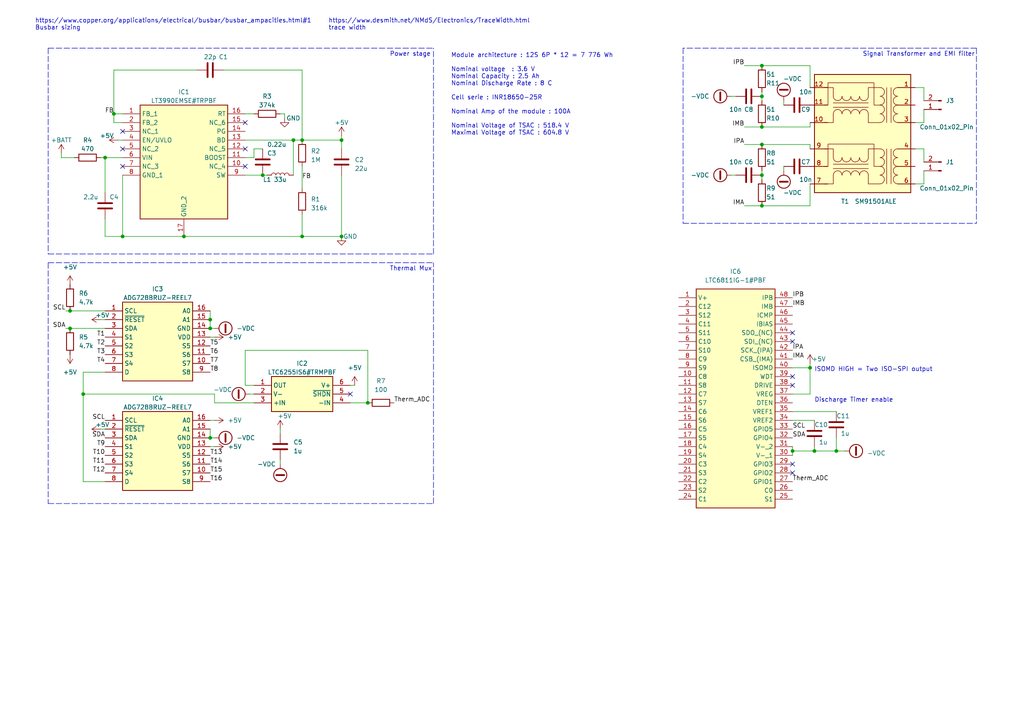
<source format=kicad_sch>
(kicad_sch (version 20230121) (generator eeschema)
  (paper "A4")
  (lib_symbols
    (symbol "Connector:Conn_01x02_Pin" (pin_names (offset 1.016) hide)
      (property "Reference" "J" (at 0 2.54 0))
      (property "Value" "Conn_01x02_Pin" (at 0 -5.08 0))
      (symbol "Conn_01x02_Pin_1_1"
        (polyline (pts (xy 1.27 -2.54) (xy 0.8636 -2.54)) (stroke (width 0.1524)))
        (polyline (pts (xy 1.27 0) (xy 0.8636 0)) (stroke (width 0.1524)))
        (rectangle (start 0.8636 -2.413) (end 0 -2.667) (stroke (width 0.1524)) (fill (type outline)))
        (rectangle (start 0.8636 0.127) (end 0 -0.127) (stroke (width 0.1524)) (fill (type outline)))
        (pin passive line (at 5.08 0 180) (length 3.81) (name "Pin_1") (number "1"))
        (pin passive line (at 5.08 -2.54 180) (length 3.81) (name "Pin_2") (number "2"))
      )
    )
    (symbol "Device:C" (pin_numbers hide) (pin_names (offset 0.254))
      (property "Reference" "C" (at 0.635 2.54 0))
      (property "Value" "C" (at 0.635 -2.54 0))
      (symbol "C_0_1"
        (polyline (pts (xy -2.032 -0.762) (xy 2.032 -0.762)) (stroke (width 0.508)))
        (polyline (pts (xy -2.032 0.762) (xy 2.032 0.762)) (stroke (width 0.508)))
      )
      (symbol "C_1_1"
        (pin passive line (at 0 3.81 270) (length 2.794) (name "~") (number "1"))
        (pin passive line (at 0 -3.81 90) (length 2.794) (name "~") (number "2"))
      )
    )
    (symbol "Device:L" (pin_numbers hide) (pin_names (offset 1.016) hide)
      (property "Reference" "L" (at -1.27 0 90))
      (property "Value" "L" (at 1.905 0 90))
      (symbol "L_0_1"
        (arc (start 0 -2.54) (mid 0.6323 -1.905) (end 0 -1.27))
        (arc (start 0 -1.27) (mid 0.6323 -0.635) (end 0 0))
        (arc (start 0 0) (mid 0.6323 0.635) (end 0 1.27))
        (arc (start 0 1.27) (mid 0.6323 1.905) (end 0 2.54))
      )
      (symbol "L_1_1"
        (pin passive line (at 0 3.81 270) (length 1.27) (name "1") (number "1"))
        (pin passive line (at 0 -3.81 90) (length 1.27) (name "2") (number "2"))
      )
    )
    (symbol "Device:R" (pin_numbers hide) (pin_names (offset 0))
      (property "Reference" "R" (at 2.032 0 90))
      (property "Value" "R" (at 0 0 90))
      (symbol "R_0_1"
        (rectangle (start -1.016 -2.54) (end 1.016 2.54) (stroke (width 0.254)))
      )
      (symbol "R_1_1"
        (pin passive line (at 0 3.81 270) (length 1.27) (name "~") (number "1"))
        (pin passive line (at 0 -3.81 90) (length 1.27) (name "~") (number "2"))
      )
    )
    (symbol "EPSA_lib:BMS LTC6811IG-1#PBF"
      (property "Reference" "IC" (at 29.21 7.62 0))
      (property "Value" "LTC6811IG-1#PBF" (at 29.21 5.08 0))
      (symbol "BMS LTC6811IG-1#PBF_1_1"
        (rectangle (start 5.08 2.54) (end 27.94 -60.96) (stroke (width 0.254)) (fill (type background)))
        (pin passive line (at 0 0 0) (length 5.08) (name "V+") (number "1"))
        (pin passive line (at 0 -22.86 0) (length 5.08) (name "C8") (number "10"))
        (pin passive line (at 0 -25.4 0) (length 5.08) (name "S8") (number "11"))
        (pin passive line (at 0 -27.94 0) (length 5.08) (name "C7") (number "12"))
        (pin passive line (at 0 -30.48 0) (length 5.08) (name "S7") (number "13"))
        (pin passive line (at 0 -33.02 0) (length 5.08) (name "C6") (number "14"))
        (pin passive line (at 0 -35.56 0) (length 5.08) (name "S6") (number "15"))
        (pin passive line (at 0 -38.1 0) (length 5.08) (name "C5") (number "16"))
        (pin passive line (at 0 -40.64 0) (length 5.08) (name "S5") (number "17"))
        (pin passive line (at 0 -43.18 0) (length 5.08) (name "C4") (number "18"))
        (pin passive line (at 0 -45.72 0) (length 5.08) (name "S4") (number "19"))
        (pin passive line (at 0 -2.54 0) (length 5.08) (name "C12") (number "2"))
        (pin passive line (at 0 -48.26 0) (length 5.08) (name "C3") (number "20"))
        (pin passive line (at 0 -50.8 0) (length 5.08) (name "S3") (number "21"))
        (pin passive line (at 0 -53.34 0) (length 5.08) (name "C2") (number "22"))
        (pin passive line (at 0 -55.88 0) (length 5.08) (name "S2") (number "23"))
        (pin passive line (at 0 -58.42 0) (length 5.08) (name "C1") (number "24"))
        (pin passive line (at 33.02 -58.42 180) (length 5.08) (name "S1") (number "25"))
        (pin passive line (at 33.02 -55.88 180) (length 5.08) (name "C0") (number "26"))
        (pin passive line (at 33.02 -53.34 180) (length 5.08) (name "GPIO1") (number "27"))
        (pin passive line (at 33.02 -50.8 180) (length 5.08) (name "GPIO2") (number "28"))
        (pin passive line (at 33.02 -48.26 180) (length 5.08) (name "GPIO3") (number "29"))
        (pin passive line (at 0 -5.08 0) (length 5.08) (name "S12") (number "3"))
        (pin passive line (at 33.02 -45.72 180) (length 5.08) (name "V-_1") (number "30"))
        (pin passive line (at 33.02 -43.18 180) (length 5.08) (name "V-_2") (number "31"))
        (pin passive line (at 33.02 -40.64 180) (length 5.08) (name "GPIO4") (number "32"))
        (pin passive line (at 33.02 -38.1 180) (length 5.08) (name "GPIO5") (number "33"))
        (pin passive line (at 33.02 -35.56 180) (length 5.08) (name "VREF2") (number "34"))
        (pin passive line (at 33.02 -33.02 180) (length 5.08) (name "VREF1") (number "35"))
        (pin passive line (at 33.02 -30.48 180) (length 5.08) (name "DTEN") (number "36"))
        (pin passive line (at 33.02 -27.94 180) (length 5.08) (name "VREG") (number "37"))
        (pin passive line (at 33.02 -25.4 180) (length 5.08) (name "DRIVE") (number "38"))
        (pin passive line (at 33.02 -22.86 180) (length 5.08) (name "WDT") (number "39"))
        (pin passive line (at 0 -7.62 0) (length 5.08) (name "C11") (number "4"))
        (pin passive line (at 33.02 -20.32 180) (length 5.08) (name "ISOMD") (number "40"))
        (pin passive line (at 33.02 -17.78 180) (length 5.08) (name "CSB_(IMA)") (number "41"))
        (pin passive line (at 33.02 -15.24 180) (length 5.08) (name "SCK_(IPA)") (number "42"))
        (pin passive line (at 33.02 -12.7 180) (length 5.08) (name "SDI_(NC)") (number "43"))
        (pin passive line (at 33.02 -10.16 180) (length 5.08) (name "SDO_(NC)") (number "44"))
        (pin passive line (at 33.02 -7.62 180) (length 5.08) (name "IBIAS") (number "45"))
        (pin passive line (at 33.02 -5.08 180) (length 5.08) (name "ICMP") (number "46"))
        (pin passive line (at 33.02 -2.54 180) (length 5.08) (name "IMB") (number "47"))
        (pin passive line (at 33.02 0 180) (length 5.08) (name "IPB") (number "48"))
        (pin passive line (at 0 -10.16 0) (length 5.08) (name "S11") (number "5"))
        (pin passive line (at 0 -12.7 0) (length 5.08) (name "C10") (number "6"))
        (pin passive line (at 0 -15.24 0) (length 5.08) (name "S10") (number "7"))
        (pin passive line (at 0 -17.78 0) (length 5.08) (name "C9") (number "8"))
        (pin passive line (at 0 -20.32 0) (length 5.08) (name "S9") (number "9"))
      )
    )
    (symbol "EPSA_lib:BMS Transf SM91501ALE" (pin_names hide)
      (property "Reference" "T" (at 12.7 25.4 0))
      (property "Value" "SM91501ALE" (at 20.32 25.4 0))
      (symbol "BMS Transf SM91501ALE_0_1"
        (polyline (pts (xy 12.065 20.32) (xy 12.065 10.16)))
        (polyline (pts (xy 12.065 38.1) (xy 12.065 27.94)))
        (polyline (pts (xy 13.335 10.16) (xy 13.335 20.32)))
        (polyline (pts (xy 13.335 27.94) (xy 13.335 38.1)))
        (polyline (pts (xy 18.669 10.16) (xy 15.24 10.16)))
        (polyline (pts (xy 18.669 12.7) (xy 18.669 10.16)))
        (polyline (pts (xy 18.669 14.605) (xy 28.829 14.605)))
        (polyline (pts (xy 18.669 27.94) (xy 15.24 27.94)))
        (polyline (pts (xy 18.669 30.48) (xy 18.669 27.94)))
        (polyline (pts (xy 18.669 32.385) (xy 28.829 32.385)))
        (polyline (pts (xy 28.829 15.875) (xy 18.669 15.875)))
        (polyline (pts (xy 28.829 33.655) (xy 18.669 33.655)))
        (polyline (pts (xy 15.24 20.32) (xy 18.669 20.32) (xy 18.669 17.78)))
        (polyline (pts (xy 15.24 38.1) (xy 18.669 38.1) (xy 18.669 35.56)))
        (polyline (pts (xy 28.829 12.7) (xy 28.829 10.16) (xy 31.496 10.16)))
        (polyline (pts (xy 28.829 17.78) (xy 28.829 20.32) (xy 31.496 20.32)))
        (polyline (pts (xy 28.829 30.48) (xy 28.829 27.94) (xy 31.496 27.94)))
        (polyline (pts (xy 28.829 35.56) (xy 28.829 38.1) (xy 31.496 38.1)))
        (polyline (pts (xy 15.24 15.24) (xy 17.018 15.24) (xy 17.018 21.717) (xy 30.353 21.717) (xy 30.353 15.24) (xy 31.496 15.24)))
        (polyline (pts (xy 15.24 33.02) (xy 17.018 33.02) (xy 17.018 39.497) (xy 30.353 39.497) (xy 30.353 33.02) (xy 31.496 33.02)))
        (arc (start 10.16 10.1854) (mid 11.0438 10.5541) (end 11.43 11.43))
        (arc (start 10.16 12.7254) (mid 11.0438 13.0941) (end 11.43 13.97))
        (arc (start 10.16 15.2654) (mid 11.0438 15.6341) (end 11.43 16.51))
        (arc (start 10.16 17.8054) (mid 11.0438 18.1741) (end 11.43 19.05))
        (arc (start 10.16 27.9654) (mid 11.0439 28.3337) (end 11.43 29.21))
        (arc (start 10.16 30.5054) (mid 11.0439 30.8737) (end 11.43 31.75))
        (arc (start 10.16 33.0454) (mid 11.0439 33.4137) (end 11.43 34.29))
        (arc (start 10.16 35.5854) (mid 11.0439 35.9537) (end 11.43 36.83))
        (arc (start 11.43 11.43) (mid 11.058 12.328) (end 10.16 12.7))
        (arc (start 11.43 13.97) (mid 11.058 14.868) (end 10.16 15.24))
        (arc (start 11.43 16.51) (mid 11.058 17.408) (end 10.16 17.78))
        (arc (start 11.43 19.05) (mid 11.058 19.948) (end 10.16 20.32))
        (arc (start 11.43 29.21) (mid 11.058 30.108) (end 10.16 30.48))
        (arc (start 11.43 31.75) (mid 11.058 32.648) (end 10.16 33.02))
        (arc (start 11.43 34.29) (mid 11.058 35.188) (end 10.16 35.56))
        (arc (start 11.43 36.83) (mid 11.058 37.728) (end 10.16 38.1))
        (arc (start 13.9954 13.97) (mid 14.3599 13.0899) (end 15.24 12.7254))
        (arc (start 13.9954 16.51) (mid 14.3599 15.6299) (end 15.24 15.2654))
        (arc (start 13.9954 19.05) (mid 14.3599 18.1699) (end 15.24 17.8054))
        (arc (start 13.9954 31.75) (mid 14.3599 30.8699) (end 15.24 30.5054))
        (arc (start 13.9954 34.29) (mid 14.3599 33.4099) (end 15.24 33.0454))
        (arc (start 13.9954 36.83) (mid 14.3599 35.9499) (end 15.24 35.5854))
        (arc (start 14.0208 11.43) (mid 14.3853 10.5497) (end 15.2654 10.1854))
        (arc (start 14.0208 29.21) (mid 14.3854 28.3301) (end 15.2654 27.9654))
        (arc (start 15.24 15.24) (mid 14.3419 14.8729) (end 13.9954 13.97))
        (arc (start 15.24 17.78) (mid 14.3419 17.4129) (end 13.9954 16.51))
        (arc (start 15.24 20.32) (mid 14.3419 19.9529) (end 13.9954 19.05))
        (arc (start 15.24 33.02) (mid 14.3458 32.6515) (end 13.9954 31.75))
        (arc (start 15.24 35.56) (mid 14.3458 35.1915) (end 13.9954 34.29))
        (arc (start 15.24 38.1) (mid 14.3458 37.7315) (end 13.9954 36.83))
        (arc (start 15.2654 12.7) (mid 14.3741 12.3307) (end 14.0208 11.43))
        (arc (start 15.2654 30.48) (mid 14.3709 30.1117) (end 14.0208 29.21))
        (arc (start 18.669 17.78) (mid 19.0387 16.8874) (end 19.939 16.5354))
        (arc (start 18.669 35.56) (mid 19.0384 34.6671) (end 19.939 34.3154))
        (arc (start 19.939 13.97) (mid 19.0406 13.5979) (end 18.669 12.7))
        (arc (start 19.939 16.5354) (mid 20.8186 16.8998) (end 21.1836 17.78))
        (arc (start 19.939 31.75) (mid 19.041 31.378) (end 18.669 30.48))
        (arc (start 19.939 34.3154) (mid 20.8191 34.6799) (end 21.1836 35.56))
        (arc (start 21.1836 12.7) (mid 20.8154 13.584) (end 19.939 13.97))
        (arc (start 21.1836 30.48) (mid 20.8154 31.364) (end 19.939 31.75))
        (arc (start 21.209 17.78) (mid 21.5787 16.8874) (end 22.479 16.5354))
        (arc (start 21.209 35.56) (mid 21.5784 34.6671) (end 22.479 34.3154))
        (arc (start 22.479 13.97) (mid 21.5806 13.5979) (end 21.209 12.7))
        (arc (start 22.479 16.5354) (mid 23.3586 16.8998) (end 23.7236 17.78))
        (arc (start 22.479 31.75) (mid 21.581 31.378) (end 21.209 30.48))
        (arc (start 22.479 34.3154) (mid 23.3591 34.6799) (end 23.7236 35.56))
        (arc (start 23.7236 12.7) (mid 23.3554 13.584) (end 22.479 13.97))
        (arc (start 23.7236 30.48) (mid 23.3554 31.364) (end 22.479 31.75))
        (arc (start 23.749 17.78) (mid 24.1187 16.8874) (end 25.019 16.5354))
        (arc (start 23.749 35.56) (mid 24.1184 34.6671) (end 25.019 34.3154))
        (arc (start 25.019 13.97) (mid 24.1206 13.5979) (end 23.749 12.7))
        (arc (start 25.019 16.5354) (mid 25.8986 16.8998) (end 26.2636 17.78))
        (arc (start 25.019 31.75) (mid 24.121 31.378) (end 23.749 30.48))
        (arc (start 25.019 34.3154) (mid 25.8991 34.6799) (end 26.2636 35.56))
        (arc (start 26.2636 12.7) (mid 25.8954 13.584) (end 25.019 13.97))
        (arc (start 26.2636 30.48) (mid 25.8954 31.364) (end 25.019 31.75))
        (arc (start 26.289 17.8054) (mid 26.6558 16.9094) (end 27.559 16.5608))
        (arc (start 26.289 35.5854) (mid 26.6565 34.6888) (end 27.559 34.3408))
        (arc (start 27.559 13.97) (mid 26.6606 13.5979) (end 26.289 12.7))
        (arc (start 27.559 16.5608) (mid 28.4403 16.9249) (end 28.8036 17.8054))
        (arc (start 27.559 31.75) (mid 26.661 31.378) (end 26.289 30.48))
        (arc (start 27.559 34.3408) (mid 28.4393 34.7053) (end 28.8036 35.5854))
        (arc (start 28.8036 12.7) (mid 28.4354 13.584) (end 27.559 13.97))
        (arc (start 28.8036 30.48) (mid 28.4354 31.364) (end 27.559 31.75))
      )
      (symbol "BMS Transf SM91501ALE_1_1"
        (rectangle (start 6.35 41.91) (end 34.29 7.62) (stroke (width 0.254)) (fill (type background)))
        (pin passive line (at 5.08 38.1 0) (length 5.08) (name "PRI1_1") (number "1"))
        (pin passive line (at 35.56 27.94 180) (length 5.08) (name "SEC1_1") (number "10"))
        (pin passive line (at 35.56 33.02 180) (length 5.08) (name "SEC1_2") (number "11"))
        (pin passive line (at 35.56 38.1 180) (length 5.08) (name "SEC1_3") (number "12"))
        (pin passive line (at 5.08 33.02 0) (length 5.08) (name "PRI1_2") (number "2"))
        (pin passive line (at 5.08 27.94 0) (length 5.08) (name "PRI1_3") (number "3"))
        (pin passive line (at 5.08 20.32 0) (length 5.08) (name "PRI2_1") (number "4"))
        (pin passive line (at 5.08 15.24 0) (length 5.08) (name "PRI2_2") (number "5"))
        (pin passive line (at 5.08 10.16 0) (length 5.08) (name "PRI2_3") (number "6"))
        (pin passive line (at 35.56 10.16 180) (length 5.08) (name "SEC2_1") (number "7"))
        (pin passive line (at 35.56 15.24 180) (length 5.08) (name "SEC2_2") (number "8"))
        (pin passive line (at 35.56 20.32 180) (length 5.08) (name "SEC2_3") (number "9"))
      )
    )
    (symbol "EPSA_lib:I2C Mux ADG728BRUZ-REEL7"
      (property "Reference" "IC" (at 26.67 7.62 0))
      (property "Value" "ADG728BRUZ-REEL7" (at 26.67 5.08 0))
      (symbol "I2C Mux ADG728BRUZ-REEL7_1_1"
        (rectangle (start 5.08 2.54) (end 25.4 -20.32) (stroke (width 0.254)) (fill (type background)))
        (pin passive line (at 0 0 0) (length 5.08) (name "SCL") (number "1"))
        (pin passive line (at 30.48 -15.24 180) (length 5.08) (name "S7") (number "10"))
        (pin passive line (at 30.48 -12.7 180) (length 5.08) (name "S6") (number "11"))
        (pin passive line (at 30.48 -10.16 180) (length 5.08) (name "S5") (number "12"))
        (pin passive line (at 30.48 -7.62 180) (length 5.08) (name "VDD") (number "13"))
        (pin passive line (at 30.48 -5.08 180) (length 5.08) (name "GND") (number "14"))
        (pin passive line (at 30.48 -2.54 180) (length 5.08) (name "A1") (number "15"))
        (pin passive line (at 30.48 0 180) (length 5.08) (name "A0") (number "16"))
        (pin passive line (at 0 -2.54 0) (length 5.08) (name "~{RESET}") (number "2"))
        (pin passive line (at 0 -5.08 0) (length 5.08) (name "SDA") (number "3"))
        (pin passive line (at 0 -7.62 0) (length 5.08) (name "S1") (number "4"))
        (pin passive line (at 0 -10.16 0) (length 5.08) (name "S2") (number "5"))
        (pin passive line (at 0 -12.7 0) (length 5.08) (name "S3") (number "6"))
        (pin passive line (at 0 -15.24 0) (length 5.08) (name "S4") (number "7"))
        (pin passive line (at 0 -17.78 0) (length 5.08) (name "D") (number "8"))
        (pin passive line (at 30.48 -17.78 180) (length 5.08) (name "S8") (number "9"))
      )
    )
    (symbol "EPSA_lib:LT3990EMSE#TRPBF"
      (property "Reference" "IC" (at 31.75 7.62 0))
      (property "Value" "LT3990EMSE#TRPBF" (at 31.75 5.08 0))
      (symbol "LT3990EMSE#TRPBF_1_1"
        (rectangle (start 5.08 2.54) (end 30.48 -30.48) (stroke (width 0.254)) (fill (type background)))
        (pin passive line (at 0 0 0) (length 5.08) (name "FB_1") (number "1"))
        (pin passive line (at 35.56 -15.24 180) (length 5.08) (name "NC_4") (number "10"))
        (pin passive line (at 35.56 -12.7 180) (length 5.08) (name "BOOST") (number "11"))
        (pin passive line (at 35.56 -10.16 180) (length 5.08) (name "NC_5") (number "12"))
        (pin passive line (at 35.56 -7.62 180) (length 5.08) (name "BD") (number "13"))
        (pin passive line (at 35.56 -5.08 180) (length 5.08) (name "PG") (number "14"))
        (pin passive line (at 35.56 -2.54 180) (length 5.08) (name "NC_6") (number "15"))
        (pin passive line (at 35.56 0 180) (length 5.08) (name "RT") (number "16"))
        (pin passive line (at 17.78 -35.56 90) (length 5.08) (name "GND_2") (number "17"))
        (pin passive line (at 0 -2.54 0) (length 5.08) (name "FB_2") (number "2"))
        (pin passive line (at 0 -5.08 0) (length 5.08) (name "NC_1") (number "3"))
        (pin passive line (at 0 -7.62 0) (length 5.08) (name "EN/UVLO") (number "4"))
        (pin passive line (at 0 -10.16 0) (length 5.08) (name "NC_2") (number "5"))
        (pin passive line (at 0 -12.7 0) (length 5.08) (name "VIN") (number "6"))
        (pin passive line (at 0 -15.24 0) (length 5.08) (name "NC_3") (number "7"))
        (pin passive line (at 0 -17.78 0) (length 5.08) (name "GND_1") (number "8"))
        (pin passive line (at 35.56 -17.78 180) (length 5.08) (name "SW") (number "9"))
      )
    )
    (symbol "EPSA_lib:LTC6255IS6#TRMPBF"
      (property "Reference" "IC" (at 24.13 7.62 0))
      (property "Value" "LTC6255IS6#TRMPBF" (at 24.13 5.08 0))
      (symbol "LTC6255IS6#TRMPBF_1_1"
        (rectangle (start 5.08 2.54) (end 22.86 -7.62) (stroke (width 0.254)) (fill (type background)))
        (pin passive line (at 0 0 0) (length 5.08) (name "OUT") (number "1"))
        (pin passive line (at 0 -2.54 0) (length 5.08) (name "V-") (number "2"))
        (pin passive line (at 0 -5.08 0) (length 5.08) (name "+IN") (number "3"))
        (pin passive line (at 27.94 -5.08 180) (length 5.08) (name "-IN") (number "4"))
        (pin passive line (at 27.94 -2.54 180) (length 5.08) (name "~{SHDN}") (number "5"))
        (pin passive line (at 27.94 0 180) (length 5.08) (name "V+") (number "6"))
      )
    )
    (symbol "power:+5V" (power) (pin_names (offset 0))
      (property "Value" "+5V" (at 0 3.556 0))
      (symbol "+5V_0_1"
        (polyline (pts (xy -0.762 1.27) (xy 0 2.54)))
        (polyline (pts (xy 0 0) (xy 0 2.54)))
        (polyline (pts (xy 0 2.54) (xy 0.762 1.27)))
      )
      (symbol "+5V_1_1"
        (pin power_in line (at 0 0 90) (length 0) hide (name "+5V") (number "1"))
      )
    )
    (symbol "power:+BATT" (power) (pin_names (offset 0))
      (property "Value" "+BATT" (at 0 3.556 0))
      (symbol "+BATT_0_1"
        (polyline (pts (xy -0.762 1.27) (xy 0 2.54)))
        (polyline (pts (xy 0 0) (xy 0 2.54)))
        (polyline (pts (xy 0 2.54) (xy 0.762 1.27)))
      )
      (symbol "+BATT_1_1"
        (pin power_in line (at 0 0 90) (length 0) hide (name "+BATT") (number "1"))
      )
    )
    (symbol "power:-VDC" (power) (pin_names (offset 0))
      (property "Value" "-VDC" (at 0 6.35 0))
      (symbol "-VDC_0_1"
        (polyline (pts (xy -1.143 3.175) (xy 1.143 3.175)) (stroke (width 0.508)))
        (polyline (pts (xy 0 0) (xy 0 1.27)))
        (circle (center 0 3.175) (radius 1.905) (stroke (width 0.254)))
      )
      (symbol "-VDC_1_1"
        (pin power_in line (at 0 0 90) (length 0) hide (name "-VDC") (number "1"))
      )
    )
    (symbol "power:GND" (power) (pin_names (offset 0))
      (property "Value" "GND" (at 0 -3.81 0))
      (symbol "GND_0_1"
        (polyline (pts (xy 0 0) (xy 0 -1.27) (xy 1.27 -1.27) (xy 0 -2.54) (xy -1.27 -1.27) (xy 0 -1.27)))
      )
      (symbol "GND_1_1"
        (pin power_in line (at 0 0 270) (length 0) hide (name "GND") (number "1"))
      )
    )
  )
  (junction (at 35.56 68.58))
  (junction (at 99.06 68.58))
  (junction (at 20.32 90.17))
  (junction (at 85.09 40.64))
  (junction (at 220.98 59.69))
  (junction (at 53.34 68.58))
  (junction (at 220.98 19.05))
  (junction (at 33.02 33.02))
  (junction (at 76.2 50.8))
  (junction (at 106.68 116.84))
  (junction (at 60.96 92.71))
  (junction (at 30.48 45.72))
  (junction (at 87.63 68.58))
  (junction (at 236.22 130.81))
  (junction (at 234.95 106.68))
  (junction (at 20.32 95.25))
  (junction (at 220.98 36.83))
  (junction (at 220.98 50.8))
  (junction (at 24.13 114.3))
  (junction (at 60.96 95.25))
  (junction (at 60.96 127))
  (junction (at 229.87 130.81))
  (junction (at 87.63 40.64))
  (junction (at 242.57 130.81))
  (junction (at 99.06 40.64))
  (junction (at 220.98 27.94))
  (junction (at 220.98 41.91))
  (no_connect (at 229.87 109.22))
  (no_connect (at 35.56 43.18))
  (no_connect (at 71.12 43.18))
  (no_connect (at 229.87 99.06))
  (no_connect (at 229.87 134.62))
  (no_connect (at 229.87 96.52))
  (no_connect (at 229.87 137.16))
  (no_connect (at 35.56 38.1))
  (no_connect (at 71.12 35.56))
  (no_connect (at 35.56 48.26))
  (no_connect (at 229.87 111.76))
  (no_connect (at 71.12 48.26))
  (no_connect (at 101.6 114.3))
  (wire (pts (xy 267.97 53.34) (xy 265.43 53.34)))
  (wire (pts (xy 85.09 40.64) (xy 85.09 50.8)))
  (wire (pts (xy 72.39 114.3) (xy 73.66 114.3)))
  (wire (pts (xy 33.02 20.32) (xy 33.02 33.02)))
  (wire (pts (xy 20.32 95.25) (xy 30.48 95.25)))
  (wire (pts (xy 227.33 48.26) (xy 227.33 49.53)))
  (wire (pts (xy 62.23 116.84) (xy 62.23 114.3)))
  (wire (pts (xy 60.96 92.71) (xy 60.96 95.25)))
  (wire (pts (xy 24.13 114.3) (xy 24.13 139.7)))
  (wire (pts (xy 236.22 129.54) (xy 236.22 130.81)))
  (wire (pts (xy 60.96 95.25) (xy 62.23 95.25)))
  (wire (pts (xy 60.96 124.46) (xy 60.96 127)))
  (wire (pts (xy 60.96 127) (xy 62.23 127)))
  (wire (pts (xy 19.05 95.25) (xy 20.32 95.25)))
  (wire (pts (xy 24.13 107.95) (xy 30.48 107.95)))
  (wire (pts (xy 73.66 116.84) (xy 62.23 116.84)))
  (wire (pts (xy 71.12 33.02) (xy 73.66 33.02)))
  (polyline (pts (xy 13.97 73.66) (xy 125.73 73.66)) (stroke (width 0) (type dash)))
  (wire (pts (xy 60.96 97.79) (xy 62.23 97.79)))
  (wire (pts (xy 30.48 63.5) (xy 30.48 68.58)))
  (wire (pts (xy 242.57 130.81) (xy 245.11 130.81)))
  (wire (pts (xy 220.98 50.8) (xy 220.98 52.07)))
  (polyline (pts (xy 13.97 146.05) (xy 125.73 146.05)) (stroke (width 0) (type dash)))
  (wire (pts (xy 101.6 116.84) (xy 106.68 116.84)))
  (wire (pts (xy 35.56 68.58) (xy 53.34 68.58)))
  (wire (pts (xy 234.95 59.69) (xy 220.98 59.69)))
  (wire (pts (xy 99.06 43.18) (xy 99.06 40.64)))
  (wire (pts (xy 267.97 35.56) (xy 265.43 35.56)))
  (wire (pts (xy 99.06 68.58) (xy 87.63 68.58)))
  (wire (pts (xy 229.87 114.3) (xy 234.95 114.3)))
  (wire (pts (xy 234.95 53.34) (xy 234.95 59.69)))
  (polyline (pts (xy 125.73 146.05) (xy 125.73 76.2)) (stroke (width 0) (type dash)))
  (wire (pts (xy 24.13 114.3) (xy 24.13 107.95)))
  (wire (pts (xy 234.95 36.83) (xy 220.98 36.83)))
  (wire (pts (xy 267.97 49.53) (xy 267.97 53.34)))
  (wire (pts (xy 71.12 40.64) (xy 85.09 40.64)))
  (wire (pts (xy 24.13 114.3) (xy 62.23 114.3)))
  (wire (pts (xy 215.9 36.83) (xy 220.98 36.83)))
  (polyline (pts (xy 13.97 76.2) (xy 125.73 76.2)) (stroke (width 0) (type dash)))
  (wire (pts (xy 87.63 68.58) (xy 87.63 62.23)))
  (wire (pts (xy 234.95 114.3) (xy 234.95 106.68)))
  (wire (pts (xy 53.34 68.58) (xy 87.63 68.58)))
  (wire (pts (xy 19.05 90.17) (xy 20.32 90.17)))
  (wire (pts (xy 215.9 19.05) (xy 220.98 19.05)))
  (polyline (pts (xy 198.12 13.97) (xy 198.12 64.77)) (stroke (width 0) (type dash)))
  (wire (pts (xy 33.02 35.56) (xy 35.56 35.56)))
  (wire (pts (xy 20.32 90.17) (xy 30.48 90.17)))
  (polyline (pts (xy 13.97 76.2) (xy 13.97 146.05)) (stroke (width 0) (type dash)))
  (wire (pts (xy 267.97 31.75) (xy 267.97 35.56)))
  (wire (pts (xy 229.87 129.54) (xy 229.87 130.81)))
  (wire (pts (xy 71.12 50.8) (xy 76.2 50.8)))
  (wire (pts (xy 212.09 50.8) (xy 213.36 50.8)))
  (wire (pts (xy 220.98 49.53) (xy 220.98 50.8)))
  (wire (pts (xy 76.2 50.8) (xy 77.47 50.8)))
  (wire (pts (xy 234.95 43.18) (xy 234.95 41.91)))
  (wire (pts (xy 64.77 20.32) (xy 87.63 20.32)))
  (wire (pts (xy 242.57 127) (xy 242.57 130.81)))
  (wire (pts (xy 33.02 33.02) (xy 33.02 35.56)))
  (wire (pts (xy 99.06 40.64) (xy 87.63 40.64)))
  (wire (pts (xy 60.96 129.54) (xy 62.23 129.54)))
  (polyline (pts (xy 283.21 13.97) (xy 198.12 13.97)) (stroke (width 0) (type dash)))
  (wire (pts (xy 234.95 41.91) (xy 220.98 41.91)))
  (wire (pts (xy 99.06 39.37) (xy 99.06 40.64)))
  (polyline (pts (xy 283.21 13.97) (xy 283.21 64.77)) (stroke (width 0) (type dash)))
  (wire (pts (xy 34.29 40.64) (xy 35.56 40.64)))
  (wire (pts (xy 234.95 25.4) (xy 234.95 19.05)))
  (wire (pts (xy 71.12 101.6) (xy 71.12 111.76)))
  (polyline (pts (xy 198.12 64.77) (xy 283.21 64.77)) (stroke (width 0) (type dash)))
  (wire (pts (xy 35.56 50.8) (xy 35.56 68.58)))
  (wire (pts (xy 220.98 27.94) (xy 220.98 26.67)))
  (wire (pts (xy 267.97 25.4) (xy 265.43 25.4)))
  (wire (pts (xy 236.22 130.81) (xy 242.57 130.81)))
  (wire (pts (xy 234.95 35.56) (xy 234.95 36.83)))
  (wire (pts (xy 71.12 45.72) (xy 73.66 45.72)))
  (wire (pts (xy 82.55 33.02) (xy 82.55 34.29)))
  (wire (pts (xy 220.98 29.21) (xy 220.98 27.94)))
  (wire (pts (xy 215.9 41.91) (xy 220.98 41.91)))
  (wire (pts (xy 71.12 111.76) (xy 73.66 111.76)))
  (wire (pts (xy 81.28 33.02) (xy 82.55 33.02)))
  (wire (pts (xy 29.21 124.46) (xy 30.48 124.46)))
  (polyline (pts (xy 13.97 13.97) (xy 13.97 73.66)) (stroke (width 0) (type dash)))
  (wire (pts (xy 234.95 19.05) (xy 220.98 19.05)))
  (wire (pts (xy 106.68 101.6) (xy 71.12 101.6)))
  (wire (pts (xy 30.48 45.72) (xy 35.56 45.72)))
  (wire (pts (xy 17.78 45.72) (xy 21.59 45.72)))
  (wire (pts (xy 60.96 121.92) (xy 62.23 121.92)))
  (wire (pts (xy 106.68 116.84) (xy 106.68 101.6)))
  (wire (pts (xy 81.28 124.46) (xy 81.28 125.73)))
  (wire (pts (xy 17.78 44.45) (xy 17.78 45.72)))
  (wire (pts (xy 212.09 27.94) (xy 213.36 27.94)))
  (wire (pts (xy 33.02 33.02) (xy 35.56 33.02)))
  (wire (pts (xy 85.09 40.64) (xy 87.63 40.64)))
  (wire (pts (xy 267.97 43.18) (xy 265.43 43.18)))
  (wire (pts (xy 60.96 90.17) (xy 60.96 92.71)))
  (wire (pts (xy 229.87 106.68) (xy 234.95 106.68)))
  (wire (pts (xy 57.15 20.32) (xy 33.02 20.32)))
  (polyline (pts (xy 125.73 73.66) (xy 125.73 13.97)) (stroke (width 0) (type dash)))
  (wire (pts (xy 81.28 133.35) (xy 81.28 134.62)))
  (wire (pts (xy 29.21 92.71) (xy 30.48 92.71)))
  (polyline (pts (xy 13.97 13.97) (xy 125.73 13.97)) (stroke (width 0) (type dash)))
  (wire (pts (xy 76.2 43.18) (xy 73.66 43.18)))
  (wire (pts (xy 87.63 48.26) (xy 87.63 54.61)))
  (wire (pts (xy 30.48 68.58) (xy 35.56 68.58)))
  (wire (pts (xy 229.87 119.38) (xy 242.57 119.38)))
  (wire (pts (xy 87.63 20.32) (xy 87.63 40.64)))
  (wire (pts (xy 267.97 29.21) (xy 267.97 25.4)))
  (wire (pts (xy 101.6 111.76) (xy 102.87 111.76)))
  (wire (pts (xy 229.87 130.81) (xy 229.87 132.08)))
  (wire (pts (xy 99.06 50.8) (xy 99.06 68.58)))
  (wire (pts (xy 229.87 121.92) (xy 236.22 121.92)))
  (wire (pts (xy 234.95 105.41) (xy 234.95 106.68)))
  (wire (pts (xy 73.66 43.18) (xy 73.66 45.72)))
  (wire (pts (xy 227.33 30.48) (xy 227.33 29.21)))
  (wire (pts (xy 30.48 45.72) (xy 30.48 55.88)))
  (wire (pts (xy 229.87 130.81) (xy 236.22 130.81)))
  (wire (pts (xy 215.9 59.69) (xy 220.98 59.69)))
  (wire (pts (xy 29.21 45.72) (xy 30.48 45.72)))
  (wire (pts (xy 267.97 46.99) (xy 267.97 43.18)))
  (wire (pts (xy 30.48 139.7) (xy 24.13 139.7)))
  (text "Module architecture : 12S 6P * 12 = 7 776 Wh\n\nNominal voltage  : 3.6 V \nNominal Capacity : 2.5 Ah\nNominal Discharge Rate : 8 C\n\nCell serie : INR18650-25R\n\nNominal Amp of the module : 100A \n\nNominal Voltage of TSAC : 518.4 V\nMaximal Voltage of TSAC : 604.8 V" (at 130.81 39.37 0) (effects (font (size 1.27 1.27)) (justify left bottom)))
  (text "Thermal Mux\n" (at 113.03 78.74 0) (effects (font (size 1.27 1.27)) (justify left bottom)))
  (text "Power stage" (at 113.03 16.51 0) (effects (font (size 1.27 1.27)) (justify left bottom)))
  (text "Signal Transformer and EMI filter\n" (at 250.19 16.51 0) (effects (font (size 1.27 1.27)) (justify left bottom)))
  (text "https://www.desmith.net/NMdS/Electronics/TraceWidth.html\ntrace width" (at 95.25 8.89 0) (effects (font (size 1.27 1.27)) (justify left bottom)))
  (text "https://www.copper.org/applications/electrical/busbar/busbar_ampacities.html#1\nBusbar sizing\n" (at 10.16 8.89 0) (effects (font (size 1.27 1.27)) (justify left bottom)))
  (text "ISOMD HIGH = Two ISO-SPI output\n" (at 236.22 107.95 0) (effects (font (size 1.27 1.27)) (justify left bottom)))
  (text "Discharge Timer enable" (at 236.22 116.84 0) (effects (font (size 1.27 1.27)) (justify left bottom)))
  (label "Therm_ADC" (at 114.3 116.84 0))
  (label "T14" (at 60.96 134.62 0))
  (label "SDA" (at 30.48 127 180))
  (label "FB" (at 33.02 33.02 180))
  (label "T12" (at 30.48 137.16 180))
  (label "SCL" (at 30.48 121.92 180))
  (label "Therm_ADC" (at 229.87 139.7 0))
  (label "T16" (at 60.96 139.7 0))
  (label "T15" (at 60.96 137.16 0))
  (label "IPA" (at 229.87 101.6 0))
  (label "IPA" (at 215.9 41.91 180))
  (label "T7" (at 60.96 105.41 0))
  (label "T11" (at 30.48 134.62 180))
  (label "IMB" (at 229.87 88.9 0))
  (label "T10" (at 30.48 132.08 180))
  (label "IMA" (at 215.9 59.69 180))
  (label "T8" (at 60.96 107.95 0))
  (label "SDA" (at 229.87 127 0))
  (label "FB" (at 87.63 52.07 0))
  (label "T4" (at 30.48 105.41 180))
  (label "T13" (at 60.96 132.08 0))
  (label "SCL" (at 19.05 90.17 180))
  (label "IMB" (at 215.9 36.83 180))
  (label "T3" (at 30.48 102.87 180))
  (label "SDA" (at 19.05 95.25 180))
  (label "SCL" (at 229.87 124.46 0))
  (label "T9" (at 30.48 129.54 180))
  (label "T1" (at 30.48 97.79 180))
  (label "T2" (at 30.48 100.33 180))
  (label "T6" (at 60.96 102.87 0))
  (label "IPB" (at 229.87 86.36 0))
  (label "IPB" (at 215.9 19.05 180))
  (label "IMA" (at 229.87 104.14 0))
  (label "T5" (at 60.96 100.33 0))
  (symbol (lib_id "Device:C") (at 231.14 48.26 90) (unit 1)
    (property "Reference" "C7" (at 233.68 46.99 90))
    (property "Value" "10n" (at 233.68 52.07 90))
  )
  (symbol (lib_id "EPSA_lib:LTC6255IS6#TRMPBF") (at 73.66 111.76 0) (unit 1)
    (property "Reference" "IC2" (at 87.63 105.41 0))
    (property "Value" "LTC6255IS6#TRMPBF" (at 87.63 107.95 0))
    (property "Footprint" "SOT95P280X100-6N" (effects hide))
    (property "Datasheet" "http://www.analog.com/media/en/technical-documentation/data-sheets/625567fd.pdf" (effects hide))
    (property "Height" "1" (effects hide))
    (property "Mouser Part Number" "584-LTC6255IS6TRMPBF" (effects hide))
    (property "Mouser Price/Stock" "https://www.mouser.co.uk/ProductDetail/Analog-Devices/LTC6255IS6TRMPBF?qs=hVkxg5c3xu%252BM0aXXLk0hVA%3D%3D" (effects hide))
    (property "Manufacturer_Name" "Analog Devices" (effects hide))
    (property "Manufacturer_Part_Number" "LTC6255IS6#TRMPBF" (effects hide))
  )
  (symbol (lib_id "power:+5V") (at 29.21 92.71 90) (unit 1)
    (property "Reference" "#PWR014" (effects hide))
    (property "Value" "+5V" (at 31.75 91.44 90) (effects (justify left)))
  )
  (symbol (lib_id "power:-VDC") (at 227.33 49.53 180) (unit 1)
    (property "Reference" "#PWR023" (effects hide))
    (property "Value" "-VDC" (at 229.87 55.88 0))
  )
  (symbol (lib_id "power:+5V") (at 62.23 97.79 270) (unit 1)
    (property "Reference" "#PWR011" (effects hide))
    (property "Value" "+5V" (at 66.04 97.79 90) (effects (justify left)))
  )
  (symbol (lib_id "power:GND") (at 82.55 34.29 0) (unit 1)
    (property "Reference" "#PWR02" (effects hide))
    (property "Value" "GND" (at 85.09 34.29 0))
  )
  (symbol (lib_id "Connector:Conn_01x02_Pin") (at 273.05 49.53 180) (unit 1)
    (property "Reference" "J1" (at 274.32 46.99 0) (effects (justify right)))
    (property "Value" "Conn_01x02_Pin" (at 266.7 54.61 0) (effects (justify right)))
  )
  (symbol (lib_id "Device:R") (at 220.98 33.02 0) (mirror y) (unit 1)
    (property "Reference" "R10" (at 222.25 34.29 0) (effects (justify right)))
    (property "Value" "51" (at 222.25 31.75 0) (effects (justify right)))
  )
  (symbol (lib_id "Device:L") (at 81.28 50.8 90) (unit 1)
    (property "Reference" "L1" (at 77.47 52.07 90))
    (property "Value" "33u" (at 81.28 52.07 90))
  )
  (symbol (lib_id "power:-VDC") (at 72.39 114.3 90) (unit 1)
    (property "Reference" "#PWR015" (effects hide))
    (property "Value" "-VDC" (at 67.31 113.03 90) (effects (justify left)))
  )
  (symbol (lib_id "Device:C") (at 60.96 20.32 90) (unit 1)
    (property "Reference" "C1" (at 64.77 16.51 90))
    (property "Value" "22p" (at 60.96 16.51 90))
  )
  (symbol (lib_id "Device:C") (at 81.28 129.54 0) (unit 1)
    (property "Reference" "C5" (at 85.09 128.27 0) (effects (justify left)))
    (property "Value" "1u" (at 85.09 130.81 0) (effects (justify left)))
  )
  (symbol (lib_id "Device:R") (at 110.49 116.84 90) (unit 1)
    (property "Reference" "R7" (at 110.49 110.49 90))
    (property "Value" "100" (at 110.49 113.03 90))
  )
  (symbol (lib_id "power:+5V") (at 29.21 124.46 90) (unit 1)
    (property "Reference" "#PWR013" (effects hide))
    (property "Value" "+5V" (at 31.75 123.19 90) (effects (justify left)))
  )
  (symbol (lib_id "Device:C") (at 217.17 50.8 90) (unit 1)
    (property "Reference" "C6" (at 217.17 46.99 90))
    (property "Value" "10n" (at 213.36 46.99 90))
  )
  (symbol (lib_id "Device:C") (at 76.2 46.99 180) (unit 1)
    (property "Reference" "C3" (at 77.47 44.45 0) (effects (justify right)))
    (property "Value" "0.22u" (at 77.47 41.91 0) (effects (justify right)))
  )
  (symbol (lib_id "power:-VDC") (at 62.23 127 270) (unit 1)
    (property "Reference" "#PWR09" (effects hide))
    (property "Value" "-VDC" (at 68.58 127 90) (effects (justify left)))
  )
  (symbol (lib_id "Device:R") (at 25.4 45.72 90) (unit 1)
    (property "Reference" "R4" (at 25.4 40.64 90))
    (property "Value" "470" (at 25.4 43.18 90))
  )
  (symbol (lib_id "Device:C") (at 99.06 46.99 180) (unit 1)
    (property "Reference" "C2" (at 102.87 46.355 0) (effects (justify right)))
    (property "Value" "22u" (at 102.87 48.895 0) (effects (justify right)))
  )
  (symbol (lib_id "power:+5V") (at 34.29 40.64 90) (unit 1)
    (property "Reference" "#PWR07" (effects hide))
    (property "Value" "+5V" (at 33.02 39.37 90) (effects (justify left)))
  )
  (symbol (lib_id "Device:R") (at 220.98 22.86 0) (mirror y) (unit 1)
    (property "Reference" "R11" (at 222.25 24.13 0) (effects (justify right)))
    (property "Value" "51" (at 222.25 21.59 0) (effects (justify right)))
  )
  (symbol (lib_id "Device:C") (at 236.22 125.73 0) (unit 1)
    (property "Reference" "C10" (at 236.22 123.19 0) (effects (justify left)))
    (property "Value" "1u" (at 237.49 128.27 0) (effects (justify left)))
  )
  (symbol (lib_id "Device:R") (at 220.98 45.72 180) (unit 1)
    (property "Reference" "R8" (at 222.25 44.45 0) (effects (justify right)))
    (property "Value" "51" (at 222.25 46.99 0) (effects (justify right)))
  )
  (symbol (lib_id "Device:R") (at 87.63 44.45 0) (unit 1)
    (property "Reference" "R2" (at 90.17 43.815 0) (effects (justify left)))
    (property "Value" "1M" (at 90.17 46.355 0) (effects (justify left)))
  )
  (symbol (lib_id "power:-VDC") (at 212.09 27.94 90) (mirror x) (unit 1)
    (property "Reference" "#PWR024" (effects hide))
    (property "Value" "-VDC" (at 205.74 27.94 90) (effects (justify left)))
  )
  (symbol (lib_id "power:GND") (at 99.06 68.58 0) (unit 1)
    (property "Reference" "#PWR01" (effects hide))
    (property "Value" "GND" (at 101.6 68.58 0))
  )
  (symbol (lib_id "power:+5V") (at 234.95 105.41 0) (unit 1)
    (property "Reference" "#PWR05" (effects hide))
    (property "Value" "+5V" (at 237.49 104.14 0))
  )
  (symbol (lib_id "power:+5V") (at 62.23 129.54 270) (unit 1)
    (property "Reference" "#PWR010" (effects hide))
    (property "Value" "+5V" (at 66.04 129.54 90) (effects (justify left)))
  )
  (symbol (lib_id "Device:R") (at 87.63 58.42 0) (unit 1)
    (property "Reference" "R1" (at 90.17 57.785 0) (effects (justify left)))
    (property "Value" "316k" (at 90.17 60.325 0) (effects (justify left)))
  )
  (symbol (lib_id "Device:C") (at 231.14 30.48 90) (mirror x) (unit 1)
    (property "Reference" "C9" (at 233.68 31.75 90))
    (property "Value" "10n" (at 233.68 26.67 90))
  )
  (symbol (lib_id "power:+5V") (at 20.32 102.87 180) (unit 1)
    (property "Reference" "#PWR018" (effects hide))
    (property "Value" "+5V" (at 20.32 107.95 0))
  )
  (symbol (lib_id "Device:C") (at 242.57 123.19 0) (unit 1)
    (property "Reference" "C11" (at 242.57 120.65 0) (effects (justify left)))
    (property "Value" "1u" (at 243.84 125.73 0) (effects (justify left)))
  )
  (symbol (lib_id "Device:R") (at 20.32 86.36 0) (unit 1)
    (property "Reference" "R6" (at 22.86 85.09 0) (effects (justify left)))
    (property "Value" "4.7k" (at 22.86 87.63 0) (effects (justify left)))
  )
  (symbol (lib_id "Device:R") (at 220.98 55.88 180) (unit 1)
    (property "Reference" "R9" (at 222.25 54.61 0) (effects (justify right)))
    (property "Value" "51" (at 222.25 57.15 0) (effects (justify right)))
  )
  (symbol (lib_id "power:+5V") (at 81.28 124.46 0) (unit 1)
    (property "Reference" "#PWR021" (effects hide))
    (property "Value" "+5V" (at 82.55 120.65 0))
  )
  (symbol (lib_id "Connector:Conn_01x02_Pin") (at 273.05 31.75 180) (unit 1)
    (property "Reference" "J3" (at 274.32 29.21 0) (effects (justify right)))
    (property "Value" "Conn_01x02_Pin" (at 266.7 36.83 0) (effects (justify right)))
  )
  (symbol (lib_id "power:-VDC") (at 62.23 95.25 270) (unit 1)
    (property "Reference" "#PWR012" (effects hide))
    (property "Value" "-VDC" (at 68.58 95.25 90) (effects (justify left)))
  )
  (symbol (lib_id "power:+5V") (at 20.32 82.55 0) (unit 1)
    (property "Reference" "#PWR017" (effects hide))
    (property "Value" "+5V" (at 20.32 77.47 0))
  )
  (symbol (lib_id "power:-VDC") (at 227.33 29.21 0) (mirror y) (unit 1)
    (property "Reference" "#PWR025" (effects hide))
    (property "Value" "-VDC" (at 229.87 22.86 0))
  )
  (symbol (lib_id "EPSA_lib:I2C Mux ADG728BRUZ-REEL7") (at 30.48 121.92 0) (unit 1)
    (property "Reference" "IC4" (at 45.72 115.57 0))
    (property "Value" "ADG728BRUZ-REEL7" (at 45.72 118.11 0))
    (property "Footprint" "SOP65P640X120-16N" (effects hide))
    (property "Datasheet" "https://www.analog.com/media/en/technical-documentation/data-sheets/ADG728_729.pdf" (effects hide))
    (property "Height" "1.2" (effects hide))
    (property "Mouser Part Number" "584-ADG728BRUZ-R7" (effects hide))
    (property "Mouser Price/Stock" "https://www.mouser.co.uk/ProductDetail/Analog-Devices/ADG728BRUZ-REEL7?qs=BpaRKvA4VqE46E7f7jsMmw%3D%3D" (effects hide))
    (property "Manufacturer_Name" "Analog Devices" (effects hide))
    (property "Manufacturer_Part_Number" "ADG728BRUZ-REEL7" (effects hide))
  )
  (symbol (lib_id "EPSA_lib:LT3990EMSE#TRPBF") (at 35.56 33.02 0) (unit 1)
    (property "Reference" "IC1" (at 53.34 26.67 0))
    (property "Value" "LT3990EMSE#TRPBF" (at 53.34 29.21 0))
    (property "Footprint" "SOP50P490X110-17N" (effects hide))
    (property "Datasheet" "https://www.arrow.com/en/products/lt3990emsetrpbf/analog-devices" (effects hide))
    (property "Height" "1.1" (effects hide))
    (property "Mouser Part Number" "584-LT3990EMSE#TRPBF" (effects hide))
    (property "Mouser Price/Stock" "https://www.mouser.co.uk/ProductDetail/Analog-Devices/LT3990EMSETRPBF?qs=hVkxg5c3xu84JUDF%2FgczpA%3D%3D" (effects hide))
    (property "Manufacturer_Name" "Analog Devices" (effects hide))
    (property "Manufacturer_Part_Number" "LT3990EMSE#TRPBF" (effects hide))
  )
  (symbol (lib_id "power:-VDC") (at 81.28 134.62 180) (unit 1)
    (property "Reference" "#PWR020" (effects hide))
    (property "Value" "-VDC" (at 80.01 134.62 0) (effects (justify left)))
  )
  (symbol (lib_id "Device:C") (at 30.48 59.69 180) (unit 1)
    (property "Reference" "C4" (at 31.75 57.15 0) (effects (justify right)))
    (property "Value" "2.2u" (at 24.13 57.15 0) (effects (justify right)))
  )
  (symbol (lib_id "EPSA_lib:I2C Mux ADG728BRUZ-REEL7") (at 30.48 90.17 0) (unit 1)
    (property "Reference" "IC3" (at 45.72 83.82 0))
    (property "Value" "ADG728BRUZ-REEL7" (at 45.72 86.36 0))
    (property "Footprint" "SOP65P640X120-16N" (effects hide))
    (property "Datasheet" "https://www.analog.com/media/en/technical-documentation/data-sheets/ADG728_729.pdf" (effects hide))
    (property "Height" "1.2" (effects hide))
    (property "Mouser Part Number" "584-ADG728BRUZ-R7" (effects hide))
    (property "Mouser Price/Stock" "https://www.mouser.co.uk/ProductDetail/Analog-Devices/ADG728BRUZ-REEL7?qs=BpaRKvA4VqE46E7f7jsMmw%3D%3D" (effects hide))
    (property "Manufacturer_Name" "Analog Devices" (effects hide))
    (property "Manufacturer_Part_Number" "ADG728BRUZ-REEL7" (effects hide))
  )
  (symbol (lib_id "power:+5V") (at 99.06 39.37 0) (unit 1)
    (property "Reference" "#PWR04" (effects hide))
    (property "Value" "+5V" (at 99.06 35.56 0))
  )
  (symbol (lib_id "power:+BATT") (at 17.78 44.45 0) (unit 1)
    (property "Reference" "#PWR03" (effects hide))
    (property "Value" "+BATT" (at 17.78 40.64 0))
  )
  (symbol (lib_id "EPSA_lib:BMS LTC6811IG-1#PBF") (at 196.85 86.36 0) (unit 1)
    (property "Reference" "IC6" (at 213.36 78.74 0))
    (property "Value" "LTC6811IG-1#PBF" (at 213.36 81.28 0))
    (property "Footprint" "SOP50P780X200-48N" (effects hide))
    (property "Datasheet" "https://www.arrow.com/en/products/ltc6811ig-1pbf/analog-devices" (effects hide))
    (property "Height" "2" (effects hide))
    (property "Mouser Part Number" "584-LTC6811IG-1#PBF" (effects hide))
    (property "Mouser Price/Stock" "https://www.mouser.co.uk/ProductDetail/Analog-Devices/LTC6811IG-1PBF?qs=oahfZPh6IAL9qJ0YPEk6qg%3D%3D" (effects hide))
    (property "Manufacturer_Name" "Analog Devices" (effects hide))
    (property "Manufacturer_Part_Number" "LTC6811IG-1#PBF" (effects hide))
  )
  (symbol (lib_id "Device:C") (at 217.17 27.94 90) (mirror x) (unit 1)
    (property "Reference" "C8" (at 217.17 31.75 90))
    (property "Value" "10n" (at 213.36 31.75 90))
  )
  (symbol (lib_id "power:-VDC") (at 245.11 130.81 270) (unit 1)
    (property "Reference" "#PWR06" (effects hide))
    (property "Value" "-VDC" (at 251.46 131.445 90) (effects (justify left)))
  )
  (symbol (lib_id "Device:R") (at 77.47 33.02 90) (unit 1)
    (property "Reference" "R3" (at 77.47 27.94 90))
    (property "Value" "374k" (at 77.47 30.48 90))
  )
  (symbol (lib_id "power:+5V") (at 62.23 121.92 270) (unit 1)
    (property "Reference" "#PWR019" (effects hide))
    (property "Value" "+5V" (at 66.04 121.92 90) (effects (justify left)))
  )
  (symbol (lib_id "Device:R") (at 20.32 99.06 0) (unit 1)
    (property "Reference" "R5" (at 22.86 97.79 0) (effects (justify left)))
    (property "Value" "4.7k" (at 22.86 100.33 0) (effects (justify left)))
  )
  (symbol (lib_id "power:-VDC") (at 212.09 50.8 90) (unit 1)
    (property "Reference" "#PWR022" (effects hide))
    (property "Value" "-VDC" (at 205.74 50.8 90) (effects (justify left)))
  )
  (symbol (lib_id "EPSA_lib:BMS Transf SM91501ALE") (at 270.51 63.5 0) (mirror y) (unit 1)
    (property "Reference" "T1" (at 245.11 58.42 0))
    (property "Value" "SM91501ALE" (at 254 58.42 0))
    (property "Footprint" "SOP200P1473X500-12N" (effects hide))
    (property "Datasheet" "https://componentsearchengine.com/Datasheets/1/SM91501ALE.pdf" (effects hide))
    (property "Height" "5" (effects hide))
    (property "Mouser Part Number" "652-SM91501ALE" (effects hide))
    (property "Mouser Price/Stock" "https://www.mouser.co.uk/ProductDetail/Bourns/SM91501ALE?qs=qSfuJ%252Bfl%2Fd67nNHsx2b1iA%3D%3D" (effects hide))
    (property "Manufacturer_Name" "Bourns" (effects hide))
    (property "Manufacturer_Part_Number" "SM91501ALE" (effects hide))
  )
  (symbol (lib_id "power:+5V") (at 102.87 111.76 0) (unit 1)
    (property "Reference" "#PWR016" (effects hide))
    (property "Value" "+5V" (at 102.87 106.68 0))
  )
)
</source>
